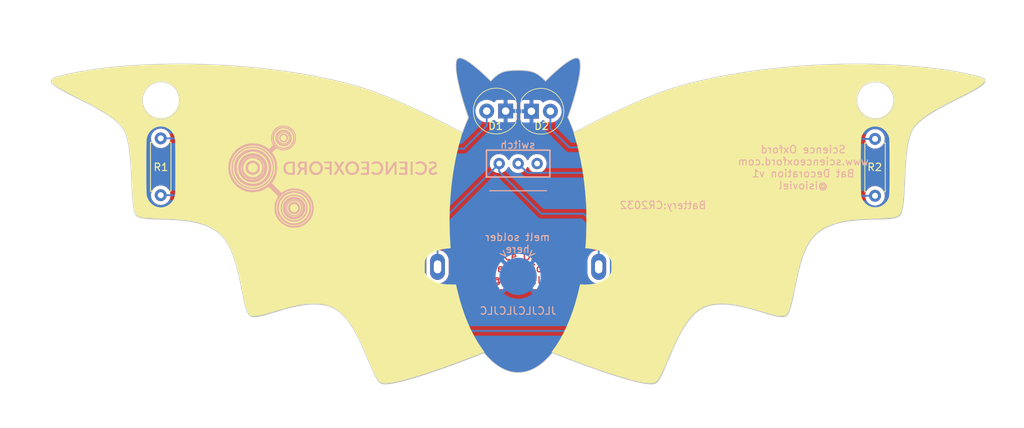
<source format=kicad_pcb>
(kicad_pcb (version 20240108) (generator "pcbnew") (generator_version "8.0")
  (title_block (title "Bat Decoration") (date "23/05/2022") (rev "v1") (company "Science Oxford") (comment 1 "Author: Sarah Townson"))
  (layers (0 "F.Cu" signal) (31 "B.Cu" signal) (34 "B.Paste" user) (35 "F.Paste" user) (36 "B.SilkS" user "B.Silkscreen") (37 "F.SilkS" user "F.Silkscreen") (38 "B.Mask" user) (39 "F.Mask" user) (44 "Edge.Cuts" user))
  (net 0 "")
  (net 1 "Net-(BAT1-Pad1)")
  (net 2 "GND")
  (net 3 "Net-(D1-Pad2)")
  (net 4 "Net-(D2-Pad2)")
  (net 5 "Net-(R1-Pad1)")
  (footprint "bat-design:LED_5mm_Radial-flipped" (layer "F.Cu") (at 90.805 149.7076 180)
    (property "Reference" "D1")
    (property "Value" "LED")
  )
  (footprint "bat-design:LED_5mm_Radial-flipped" (layer "F.Cu") (at 99.3394 149.733)
    (property "Reference" "D2")
    (property "Value" "LED")
  )
  (footprint "Resistor_THT:R_Axial_DIN0207_L6.3mm_D2.5mm_P7.62mm_Horizontal" (layer "F.Cu") (at 47.117 160.9852 90)
    (property "Reference" "R1")
    (property "Value" "R")
  )
  (footprint "Resistor_THT:R_Axial_DIN0207_L6.3mm_D2.5mm_P7.62mm_Horizontal" (layer "F.Cu") (at 142.8496 161.0614 90)
    (property "Reference" "R2")
    (property "Value" "R")
  )
  (footprint "bat-design:bat-screen" (layer "F.Cu") (at 94.7166 164.2872)
    (property "Reference" "Ref**" (hide yes))
    (property "Value" "Val**" (hide yes))
  )
  (footprint "LOGO" (layer "F.Cu") (at 94.8182 164.3126)
    (property "Reference" "G***" (hide yes))
    (property "Value" "LOGO" (hide yes))
  )
  (footprint "battery_holder_edited:battery_holder2" (layer "B.Cu") (at 95.0164 170.5864)
    (property "Reference" "Battery:CR2032")
    (property "Value" "battery_holder")
  )
  (footprint "microbit_antweight:slide_switch" (layer "B.Cu") (at 95.0214 156.7434)
    (property "Reference" "switch")
    (property "Value" "EG1218")
  )
  (footprint "microbit_antweight:so_logo" (layer "B.Cu") (at 70.2056 158.4706 180)
    (property "Reference" "G***" (hide yes))
    (property "Value" "LOGO" (hide yes))
  )
  (gr_line (start 91.258 182.9985) (end 91.5321 183.2547) (stroke (width 0.1)) (layer "Edge.Cuts"))
  (gr_line (start 147.4396 153.3673) (end 147.5346 153.042) (stroke (width 0.1)) (layer "Edge.Cuts"))
  (gr_line (start 86.7722 144.77084) (end 86.874 145.37134) (stroke (width 0.1)) (layer "Edge.Cuts"))
  (gr_line (start 101.5569 143.17113) (end 101.1563 143.46312) (stroke (width 0.1)) (layer "Edge.Cuts"))
  (gr_line (start 155.0456 144.6788) (end 154.0986 144.49069) (stroke (width 0.1)) (layer "Edge.Cuts"))
  (gr_line (start 140.6966 149.4741) (end 140.8216 149.6802) (stroke (width 0.1)) (layer "Edge.Cuts"))
  (gr_line (start 36.75577 148.39618) (end 37.75821 148.91127) (stroke (width 0.1)) (layer "Edge.Cuts"))
  (gr_line (start 32.47109 145.58888) (end 32.45986 145.66939) (stroke (width 0.1)) (layer "Edge.Cuts"))
  (gr_line (start 67.5733 144.99796) (end 66.1387 144.73962) (stroke (width 0.1)) (layer "Edge.Cuts"))
  (gr_line (start 141.7026 146.08458) (end 141.4966 146.20984) (stroke (width 0.1)) (layer "Edge.Cuts"))
  (gr_line (start 70.6437 176.332) (end 70.952 176.5463) (stroke (width 0.1)) (layer "Edge.Cuts"))
  (gr_line (start 83.8349 184.5829) (end 86.1176 183.7733) (stroke (width 0.1)) (layer "Edge.Cuts"))
  (gr_line (start 131.7496 143.75357) (end 130.3636 143.87981) (stroke (width 0.1)) (layer "Edge.Cuts"))
  (gr_line (start 147.2116 154.4582) (end 147.3546 153.7131) (stroke (width 0.1)) (layer "Edge.Cuts"))
  (gr_line (start 46.9045 150.7698) (end 47.16 150.7827) (stroke (width 0.1)) (layer "Edge.Cuts"))
  (gr_line (start 45.3925 146.51518) (end 45.2311 146.69274) (stroke (width 0.1)) (layer "Edge.Cuts"))
  (gr_line (start 126.2192 144.37803) (end 124.85 144.58499) (stroke (width 0.1)) (layer "Edge.Cuts"))
  (gr_line (start 35.77396 144.52501) (end 34.8934 144.7033) (stroke (width 0.1)) (layer "Edge.Cuts"))
  (gr_line (start 88.6941 143.32645) (end 88.3539 143.08826) (stroke (width 0.1)) (layer "Edge.Cuts"))
  (gr_line (start 95.0258 144.24219) (end 94.5015 144.25342) (stroke (width 0.1)) (layer "Edge.Cuts"))
  (gr_line (start 119.499 145.62572) (end 118.2045 145.9407) (stroke (width 0.1)) (layer "Edge.Cuts"))
  (gr_line (start 157.5006 145.43986) (end 157.4306 145.37256) (stroke (width 0.1)) (layer "Edge.Cuts"))
  (gr_line (start 46.4304 143.44468) (end 45.2427 143.49136) (stroke (width 0.1)) (layer "Edge.Cuts"))
  (gr_line (start 134.8366 166.3501) (end 135.1606 166.0584) (stroke (width 0.1)) (layer "Edge.Cuts"))
  (gr_line (start 93.3327 144.37115) (end 93.1127 144.42978) (stroke (width 0.1)) (layer "Edge.Cuts"))
  (gr_line (start 43.8849 163.7149) (end 44.0146 163.823) (stroke (width 0.1)) (layer "Edge.Cuts"))
  (gr_line (start 70.3246 176.1498) (end 70.6437 176.332) (stroke (width 0.1)) (layer "Edge.Cuts"))
  (gr_line (start 33.36586 146.62261) (end 34.04919 147.02047) (stroke (width 0.1)) (layer "Edge.Cuts"))
  (gr_line (start 141.1266 146.51518) (end 140.9656 146.69274) (stroke (width 0.1)) (layer "Edge.Cuts"))
  (gr_line (start 67.1216 175.6119) (end 67.5473 175.5938) (stroke (width 0.1)) (layer "Edge.Cuts"))
  (gr_line (start 134.5356 166.6718) (end 134.8366 166.3501) (stroke (width 0.1)) (layer "Edge.Cuts"))
  (gr_line (start 49.4635 147.30986) (end 49.3582 147.09134) (stroke (width 0.1)) (layer "Edge.Cuts"))
  (gr_line (start 93.8305 184.587) (end 94.1277 184.6614) (stroke (width 0.1)) (layer "Edge.Cuts"))
  (gr_line (start 145.1226 143.50551) (end 143.8616 143.45207) (stroke (width 0.1)) (layer "Edge.Cuts"))
  (gr_line (start 54.1813 165.5593) (end 54.5468 165.7954) (stroke (width 0.1)) (layer "Edge.Cuts"))
  (gr_line (start 54.5468 165.7954) (end 54.8928 166.0584) (stroke (width 0.1)) (layer "Edge.Cuts"))
  (gr_line (start 74.9742 183.2043) (end 75.5765 184.6072) (stroke (width 0.1)) (layer "Edge.Cuts"))
  (gr_line (start 98.7959 182.9985) (end 99.0663 182.7229) (stroke (width 0.1)) (layer "Edge.Cuts"))
  (gr_line (start 155.1886 147.44914) (end 156.0046 147.02047) (stroke (width 0.1)) (layer "Edge.Cuts"))
  (gr_line (start 74.2897 181.597) (end 74.9742 183.2043) (stroke (width 0.1)) (layer "Edge.Cuts"))
  (gr_line (start 103.3052 143.05395) (end 103.2601 142.88258) (stroke (width 0.1)) (layer "Edge.Cuts"))
  (gr_line (start 157.4306 145.37256) (end 157.3416 145.30983) (stroke (width 0.1)) (layer "Edge.Cuts"))
  (gr_line (start 141.0736 164.2839) (end 141.9506 164.2439) (stroke (width 0.1)) (layer "Edge.Cuts"))
  (gr_line (start 131.8316 174.8345) (end 131.9766 174.1298) (stroke (width 0.1)) (layer "Edge.Cuts"))
  (gr_line (start 49.6092 147.77906) (end 49.5476 147.53952) (stroke (width 0.1)) (layer "Edge.Cuts"))
  (gr_line (start 137.2526 143.43937) (end 135.8886 143.48994) (stroke (width 0.1)) (layer "Edge.Cuts"))
  (gr_line (start 135.8726 165.5593) (end 136.2556 165.3489) (stroke (width 0.1)) (layer "Edge.Cuts"))
  (gr_line (start 146.9476 156.9791) (end 147.0136 156.1071) (stroke (width 0.1)) (layer "Edge.Cuts"))
  (gr_line (start 120.8627 175.7461) (end 121.2622 175.6705) (stroke (width 0.1)) (layer "Edge.Cuts"))
  (gr_line (start 148.4306 151.5148) (end 148.7476 151.2061) (stroke (width 0.1)) (layer "Edge.Cuts"))
  (gr_line (start 142.1516 145.89517) (end 141.9216 145.97927) (stroke (width 0.1)) (layer "Edge.Cuts"))
  (gr_line (start 75.5126 147.04192) (end 74.6907 146.75856) (stroke (width 0.1)) (layer "Edge.Cuts"))
  (gr_line (start 131.5346 176.0387) (end 131.6856 175.4754) (stroke (width 0.1)) (layer "Edge.Cuts"))
  (gr_line (start 102.5123 152.5947) (end 102.1186 151.54) (stroke (width 0.1)) (layer "Edge.Cuts"))
  (gr_line (start 145.3436 148.78639) (end 145.3816 148.53824) (stroke (width 0.1)) (layer "Edge.Cuts"))
  (gr_line (start 132.6586 170.9525) (end 132.8796 170.1394) (stroke (width 0.1)) (layer "Edge.Cuts"))
  (gr_line (start 87.1535 146.63296) (end 87.3179 147.26681) (stroke (width 0.1)) (layer "Edge.Cuts"))
  (gr_line (start 147.0136 156.1071) (end 147.0996 155.2615) (stroke (width 0.1)) (layer "Edge.Cuts"))
  (gr_line (start 63.7188 176.2625) (end 64.5501 176.0424) (stroke (width 0.1)) (layer "Edge.Cuts"))
  (gr_line (start 56.3112 167.8823) (end 56.4797 168.2291) (stroke (width 0.1)) (layer "Edge.Cuts"))
  (gr_line (start 113.6977 147.35171) (end 112.8334 147.68691) (stroke (width 0.1)) (layer "Edge.Cuts"))
  (gr_line (start 59.9934 177.2703) (end 60.2467 177.2321) (stroke (width 0.1)) (layer "Edge.Cuts"))
  (gr_line (start 49.5476 147.53952) (end 49.4635 147.30986) (stroke (width 0.1)) (layer "Edge.Cuts"))
  (gr_line (start 73.893 146.50349) (end 73.1213 146.27824) (stroke (width 0.1)) (layer "Edge.Cuts"))
  (gr_line (start 41.3062 151.2061) (end 41.6232 151.5148) (stroke (width 0.1)) (layer "Edge.Cuts"))
  (gr_line (start 49.6471 148.53824) (end 49.66 148.28273) (stroke (width 0.1)) (layer "Edge.Cuts"))
  (gr_line (start 42.1235 152.1425) (end 42.2979 152.4608) (stroke (width 0.1)) (layer "Edge.Cuts"))
  (gr_line (start 41.6232 151.5148) (end 41.8971 151.8271) (stroke (width 0.1)) (layer "Edge.Cuts"))
  (gr_line (start 87.5463 152.5967) (end 85.6142 151.5839) (stroke (width 0.1)) (layer "Edge.Cuts"))
  (gr_line (start 97.7844 144.87764) (end 97.5692 144.73905) (stroke (width 0.1)) (layer "Edge.Cuts"))
  (gr_line (start 110.1366 148.82818) (end 108.2709 149.6866) (stroke (width 0.1)) (layer "Edge.Cuts"))
  (gr_line (start 146.4836 163.0224) (end 146.5876 162.502) (stroke (width 0.1)) (layer "Edge.Cuts"))
  (gr_line (start 145.6806 163.9839) (end 145.8756 163.9118) (stroke (width 0.1)) (layer "Edge.Cuts"))
  (gr_line (start 132.8796 170.1394) (end 133.1306 169.3471) (stroke (width 0.1)) (layer "Edge.Cuts"))
  (gr_line (start 45.0872 149.6802) (end 45.2311 149.8727) (stroke (width 0.1)) (layer "Edge.Cuts"))
  (gr_line (start 98.0021 145.04022) (end 97.7844 144.87764) (stroke (width 0.1)) (layer "Edge.Cuts"))
  (gr_line (start 42.842 154.4582) (end 42.9541 155.2615) (stroke (width 0.1)) (layer "Edge.Cuts"))
  (gr_line (start 71.2498 176.7903) (end 71.5373 177.0618) (stroke (width 0.1)) (layer "Edge.Cuts"))
  (gr_line (start 111.9505 148.04575) (end 110.1366 148.82818) (stroke (width 0.1)) (layer "Edge.Cuts"))
  (gr_line (start 76.5054 186.1257) (end 76.6369 186.2086) (stroke (width 0.1)) (layer "Edge.Cuts"))
  (gr_line (start 144.6616 146.51518) (end 144.4846 146.3538) (stroke (width 0.1)) (layer "Edge.Cuts"))
  (gr_line (start 66.6929 175.6485) (end 67.1216 175.6119) (stroke (width 0.1)) (layer "Edge.Cuts"))
  (gr_line (start 42.6139 153.3673) (end 42.6988 153.7131) (stroke (width 0.1)) (layer "Edge.Cuts"))
  (gr_line (start 86.874 145.37134) (end 87.0033 145.99659) (stroke (width 0.1)) (layer "Edge.Cuts"))
  (gr_line (start 95.3278 184.7471) (end 95.6276 184.7148) (stroke (width 0.1)) (layer "Edge.Cuts"))
  (gr_line (start 49.089 146.69274) (end 48.9276 146.51518) (stroke (width 0.1)) (layer "Edge.Cuts"))
  (gr_line (start 95.0269 144.24219) (end 95.0258 144.24219) (stroke (width 0.1)) (layer "Edge.Cuts"))
  (gr_line (start 98.4488 145.44424) (end 98.2232 145.22851) (stroke (width 0.1)) (layer "Edge.Cuts"))
  (gr_line (start 43.2781 160.4153) (end 43.3255 161.1834) (stroke (width 0.1)) (layer "Edge.Cuts"))
  (gr_line (start 94.4263 184.7148) (end 94.7261 184.7471) (stroke (width 0.1)) (layer "Edge.Cuts"))
  (gr_line (start 87.9808 149.4842) (end 88.3524 150.5793) (stroke (width 0.1)) (layer "Edge.Cuts"))
  (gr_line (start 145.1976 147.30986) (end 145.0926 147.09134) (stroke (width 0.1)) (layer "Edge.Cuts"))
  (gr_line (start 118.2392 177.3582) (end 118.5167 177.0618) (stroke (width 0.1)) (layer "Edge.Cuts"))
  (gr_line (start 52.1296 164.732) (end 52.5635 164.8555) (stroke (width 0.1)) (layer "Edge.Cuts"))
  (gr_line (start 109.6527 185.6712) (end 110.6772 185.9435) (stroke (width 0.1)) (layer "Edge.Cuts"))
  (gr_line (start 99.3289 145.05047) (end 98.68 145.68913) (stroke (width 0.1)) (layer "Edge.Cuts"))
  (gr_line (start 86.6765 143.69853) (end 86.704 144.20889) (stroke (width 0.1)) (layer "Edge.Cuts"))
  (gr_line (start 46.1872 150.5862) (end 46.4168 150.6703) (stroke (width 0.1)) (layer "Edge.Cuts"))
  (gr_line (start 93.535 184.4917) (end 93.8305 184.587) (stroke (width 0.1)) (layer "Edge.Cuts"))
  (gr_line (start 149.1036 150.9015) (end 149.4926 150.6012) (stroke (width 0.1)) (layer "Edge.Cuts"))
  (gr_line (start 56.9237 169.3471) (end 57.1748 170.1394) (stroke (width 0.1)) (layer "Edge.Cuts"))
  (gr_line (start 47.6637 150.7319) (end 47.9032 150.6703) (stroke (width 0.1)) (layer "Edge.Cuts"))
  (gr_line (start 76.6369 186.2086) (end 76.8273 186.2692) (stroke (width 0.1)) (layer "Edge.Cuts"))
  (gr_line (start 146.0396 163.823) (end 146.1686 163.7149) (stroke (width 0.1)) (layer "Edge.Cuts"))
  (gr_line (start 121.6703 175.6212) (end 122.0855 175.5963) (stroke (width 0.1)) (layer "Edge.Cuts"))
  (gr_line (start 115.7642 181.597) (end 116.144 180.7638) (stroke (width 0.1)) (layer "Edge.Cuts"))
  (gr_line (start 58.8636 176.8792) (end 58.9648 177.0202) (stroke (width 0.1)) (layer "Edge.Cuts"))
  (gr_line (start 146.5876 162.502) (end 146.6676 161.884) (stroke (width 0.1)) (layer "Edge.Cuts"))
  (gr_line (start 122.9323 175.6119) (end 123.361 175.6485) (stroke (width 0.1)) (layer "Edge.Cuts"))
  (gr_line (start 92.6607 184.0824) (end 92.9499 184.2392) (stroke (width 0.1)) (layer "Edge.Cuts"))
  (gr_line (start 88.0291 142.88537) (end 87.7256 142.72697) (stroke (width 0.1)) (layer "Edge.Cuts"))
  (gr_line (start 45.3925 150.0503) (end 45.57 150.2117) (stroke (width 0.1)) (layer "Edge.Cuts"))
  (gr_line (start 146.7756 160.4153) (end 146.8536 158.739) (stroke (width 0.1)) (layer "Edge.Cuts"))
  (gr_line (start 135.8886 143.48994) (end 134.5146 143.55895) (stroke (width 0.1)) (layer "Edge.Cuts"))
  (gr_line (start 118.5167 177.0618) (end 118.8041 176.7903) (stroke (width 0.1)) (layer "Edge.Cuts"))
  (gr_line (start 127.8928 176.7235) (end 128.5978 176.9331) (stroke (width 0.1)) (layer "Edge.Cuts"))
  (gr_line (start 65.4016 175.8504) (end 66.2624 175.7017) (stroke (width 0.1)) (layer "Edge.Cuts"))
  (gr_line (start 92.4718 144.71523) (end 92.2562 144.85501) (stroke (width 0.1)) (layer "Edge.Cuts"))
  (gr_line (start 144.4846 150.2117) (end 144.6616 150.0503) (stroke (width 0.1)) (layer "Edge.Cuts"))
  (gr_line (start 157.3876 146.08395) (end 157.5166 145.91702) (stroke (width 0.1)) (layer "Edge.Cuts"))
  (gr_line (start 131.1906 176.8792) (end 131.2846 176.709) (stroke (width 0.1)) (layer "Edge.Cuts"))
  (gr_line (start 153.2986 148.39618) (end 154.2746 147.90812) (stroke (width 0.1)) (layer "Edge.Cuts"))
  (gr_line (start 148.1566 151.8271) (end 148.4306 151.5148) (stroke (width 0.1)) (layer "Edge.Cuts"))
  (gr_line (start 57.3957 170.9525) (end 57.5913 171.7723) (stroke (width 0.1)) (layer "Edge.Cuts"))
  (gr_line (start 96.8125 184.3757) (end 97.104 184.2392) (stroke (width 0.1)) (layer "Edge.Cuts"))
  (gr_line (start 144.6616 150.0503) (end 144.8236 149.8727) (stroke (width 0.1)) (layer "Edge.Cuts"))
  (gr_line (start 92.0377 145.0203) (end 91.8152 145.21305) (stroke (width 0.1)) (layer "Edge.Cuts"))
  (gr_line (start 59.0741 177.1301) (end 59.2071 177.212) (stroke (width 0.1)) (layer "Edge.Cuts"))
  (gr_line (start 71.7686 145.92037) (end 70.3911 145.58795) (stroke (width 0.1)) (layer "Edge.Cuts"))
  (gr_line (start 58.2227 174.8345) (end 58.3687 175.4754) (stroke (width 0.1)) (layer "Edge.Cuts"))
  (gr_line (start 127.5961 144.19172) (end 126.2192 144.37803) (stroke (width 0.1)) (layer "Edge.Cuts"))
  (gr_line (start 86.8403 142.74753) (end 86.7738 142.88258) (stroke (width 0.1)) (layer "Edge.Cuts"))
  (gr_line (start 140.4456 148.78639) (end 140.5066 149.02593) (stroke (width 0.1)) (layer "Edge.Cuts"))
  (gr_line (start 44.6729 148.53824) (end 44.7108 148.78639) (stroke (width 0.1)) (layer "Edge.Cuts"))
  (gr_line (start 97.6798 183.9053) (end 97.9635 183.7083) (stroke (width 0.1)) (layer "Edge.Cuts"))
  (gr_line (start 139.9466 143.39228) (end 138.6066 143.40692) (stroke (width 0.1)) (layer "Edge.Cuts"))
  (gr_line (start 98.2443 183.4913) (end 98.5219 183.2547) (stroke (width 0.1)) (layer "Edge.Cuts"))
  (gr_line (start 34.0543 144.89333) (end 33.25864 145.09485) (stroke (width 0.1)) (layer "Edge.Cuts"))
  (gr_line (start 138.3656 164.6264) (end 138.8136 164.5371) (stroke (width 0.1)) (layer "Edge.Cuts"))
  (gr_line (start 125.5038 176.0424) (end 126.3351 176.2625) (stroke (width 0.1)) (layer "Edge.Cuts"))
  (gr_line (start 41.8188 143.71629) (end 40.7304 143.81871) (stroke (width 0.1)) (layer "Edge.Cuts"))
  (gr_line (start 113.8061 185.847) (end 113.9354 185.6567) (stroke (width 0.1)) (layer "Edge.Cuts"))
  (gr_line (start 75.5765 184.6072) (end 75.8534 185.1853) (stroke (width 0.1)) (layer "Edge.Cuts"))
  (gr_line (start 47.4155 150.7698) (end 47.6637 150.7319) (stroke (width 0.1)) (layer "Edge.Cuts"))
  (gr_line (start 123.361 175.6485) (end 123.7915 175.7017) (stroke (width 0.1)) (layer "Edge.Cuts"))
  (gr_line (start 76.3762 186.0042) (end 76.5054 186.1257) (stroke (width 0.1)) (layer "Edge.Cuts"))
  (gr_line (start 61.4561 176.9331) (end 62.1611 176.7235) (stroke (width 0.1)) (layer "Edge.Cuts"))
  (gr_line (start 62.1611 176.7235) (end 63.7188 176.2625) (stroke (width 0.1)) (layer "Edge.Cuts"))
  (gr_line (start 104.4438 151.5822) (end 102.5123 152.5947) (stroke (width 0.1)) (layer "Edge.Cuts"))
  (gr_line (start 44.7725 149.02593) (end 44.8566 149.25559) (stroke (width 0.1)) (layer "Edge.Cuts"))
  (gr_line (start 94.1277 184.6614) (end 94.4263 184.7148) (stroke (width 0.1)) (layer "Edge.Cuts"))
  (gr_line (start 43.1068 156.9791) (end 43.2001 158.739) (stroke (width 0.1)) (layer "Edge.Cuts"))
  (gr_line (start 78.0525 186.22) (end 78.4609 186.1477) (stroke (width 0.1)) (layer "Edge.Cuts"))
  (gr_line (start 58.9648 177.0202) (end 59.0741 177.1301) (stroke (width 0.1)) (layer "Edge.Cuts"))
  (gr_line (start 114.2005 185.1853) (end 114.4775 184.6072) (stroke (width 0.1)) (layer "Edge.Cuts"))
  (gr_line (start 48.1031 164.2439) (end 48.9807 164.2839) (stroke (width 0.1)) (layer "Edge.Cuts"))
  (gr_line (start 60.8146 177.1079) (end 61.4561 176.9331) (stroke (width 0.1)) (layer "Edge.Cuts"))
  (gr_line (start 144.0856 146.08458) (end 143.8676 145.97927) (stroke (width 0.1)) (layer "Edge.Cuts"))
  (gr_line (start 112.3722 186.2701) (end 112.7018 186.2967) (stroke (width 0.1)) (layer "Edge.Cuts"))
  (gr_line (start 76.1186 185.6567) (end 76.2478 185.847) (stroke (width 0.1)) (layer "Edge.Cuts"))
  (gr_line (start 50.1057 143.39315) (end 48.8639 143.39531) (stroke (width 0.1)) (layer "Edge.Cuts"))
  (gr_line (start 87.3213 142.59452) (end 87.2026 142.58338) (stroke (width 0.1)) (layer "Edge.Cuts"))
  (gr_line (start 144.0856 150.4809) (end 144.2916 150.3556) (stroke (width 0.1)) (layer "Edge.Cuts"))
  (gr_line (start 34.8934 144.7033) (end 34.0543 144.89333) (stroke (width 0.1)) (layer "Edge.Cuts"))
  (gr_line (start 81.5052 185.3446) (end 82.6595 184.9772) (stroke (width 0.1)) (layer "Edge.Cuts"))
  (gr_line (start 48.75 146.3538) (end 48.5575 146.20984) (stroke (width 0.1)) (layer "Edge.Cuts"))
  (gr_line (start 137.9246 164.732) (end 138.3656 164.6264) (stroke (width 0.1)) (layer "Edge.Cuts"))
  (gr_line (start 89.6556 182.4326) (end 90.4588 182.1143) (stroke (width 0.1)) (layer "Edge.Cuts"))
  (gr_line (start 64.6907 144.5052) (end 63.2323 144.29434) (stroke (width 0.1)) (layer "Edge.Cuts"))
  (gr_line (start 69.1912 175.7461) (end 69.5808 175.8498) (stroke (width 0.1)) (layer "Edge.Cuts"))
  (gr_line (start 102.7408 147.17638) (end 102.9005 146.55328) (stroke (width 0.1)) (layer "Edge.Cuts"))
  (gr_line (start 91.8152 145.21305) (end 91.5876 145.43518) (stroke (width 0.1)) (layer "Edge.Cuts"))
  (gr_line (start 112.0014 186.22) (end 112.3722 186.2701) (stroke (width 0.1)) (layer "Edge.Cuts"))
  (gr_line (start 151.3036 149.4516) (end 152.2956 148.91127) (stroke (width 0.1)) (layer "Edge.Cuts"))
  (gr_line (start 59.5529 177.2885) (end 59.7619 177.2898) (stroke (width 0.1)) (layer "Edge.Cuts"))
  (gr_line (start 32.62353 145.37256) (end 32.55358 145.43986) (stroke (width 0.1)) (layer "Edge.Cuts"))
  (gr_line (start 103.0458 145.92923) (end 103.1703 145.31716) (stroke (width 0.1)) (layer "Edge.Cuts"))
  (gr_line (start 90.4588 182.1143) (end 90.7211 182.4281) (stroke (width 0.1)) (layer "Edge.Cuts"))
  (gr_line (start 91.5876 145.43518) (end 91.3537 145.68861) (stroke (width 0.1)) (layer "Edge.Cuts"))
  (gr_line (start 71.8147 177.3582) (end 72.0825 177.6774) (stroke (width 0.1)) (layer "Edge.Cuts"))
  (gr_line (start 122.5067 175.5938) (end 122.9323 175.6119) (stroke (width 0.1)) (layer "Edge.Cuts"))
  (gr_line (start 101.9411 142.92297) (end 101.5569 143.17113) (stroke (width 0.1)) (layer "Edge.Cuts"))
  (gr_line (start 113.9354 185.6567) (end 114.2005 185.1853) (stroke (width 0.1)) (layer "Edge.Cuts"))
  (gr_line (start 117.9714 177.6774) (end 118.2392 177.3582) (stroke (width 0.1)) (layer "Edge.Cuts"))
  (gr_line (start 48.5575 146.20984) (end 48.3514 146.08458) (stroke (width 0.1)) (layer "Edge.Cuts"))
  (gr_line (start 137.4906 164.8555) (end 137.9246 164.732) (stroke (width 0.1)) (layer "Edge.Cuts"))
  (gr_line (start 73.0624 179.1336) (end 73.5015 179.9364) (stroke (width 0.1)) (layer "Edge.Cuts"))
  (gr_line (start 106.3683 150.6088) (end 104.4438 151.5822) (stroke (width 0.1)) (layer "Edge.Cuts"))
  (gr_line (start 130.5006 177.2885) (end 130.6866 177.2637) (stroke (width 0.1)) (layer "Edge.Cuts"))
  (gr_line (start 146.6676 161.884) (end 146.7286 161.1834) (stroke (width 0.1)) (layer "Edge.Cuts"))
  (gr_line (start 140.9656 149.8727) (end 141.1266 150.0503) (stroke (width 0.1)) (layer "Edge.Cuts"))
  (gr_line (start 32.46823 145.75142) (end 32.49457 145.83422) (stroke (width 0.1)) (layer "Edge.Cuts"))
  (gr_line (start 34.04919 147.02047) (end 34.86538 147.44914) (stroke (width 0.1)) (layer "Edge.Cuts"))
  (gr_line (start 48.9807 164.2839) (end 49.8811 164.3527) (stroke (width 0.1)) (layer "Edge.Cuts"))
  (gr_line (start 47.4155 145.79564) (end 47.16 145.78273) (stroke (width 0.1)) (layer "Edge.Cuts"))
  (gr_line (start 141.3046 146.3538) (end 141.1266 146.51518) (stroke (width 0.1)) (layer "Edge.Cuts"))
  (gr_line (start 48.3514 150.4809) (end 48.5575 150.3556) (stroke (width 0.1)) (layer "Edge.Cuts"))
  (gr_line (start 88.1332 183.0211) (end 89.6556 182.4326) (stroke (width 0.1)) (layer "Edge.Cuts"))
  (gr_line (start 88.3524 150.5793) (end 87.9341 151.5587) (stroke (width 0.1)) (layer "Edge.Cuts"))
  (gr_line (start 94.7261 184.7471) (end 95.027 184.7581) (stroke (width 0.1)) (layer "Edge.Cuts"))
  (gr_line (start 70.3911 145.58795) (end 68.9918 145.28061) (stroke (width 0.1)) (layer "Edge.Cuts"))
  (gr_line (start 44.0146 163.823) (end 44.1781 163.9118) (stroke (width 0.1)) (layer "Edge.Cuts"))
  (gr_line (start 77.0665 186.2975) (end 77.3521 186.2967) (stroke (width 0.1)) (layer "Edge.Cuts"))
  (gr_line (start 123.4911 144.81292) (end 122.1447 145.06215) (stroke (width 0.1)) (layer "Edge.Cuts"))
  (gr_line (start 102.8962 142.58544) (end 102.7633 142.58745) (stroke (width 0.1)) (layer "Edge.Cuts"))
  (gr_line (start 97.104 184.2392) (end 97.3932 184.0823) (stroke (width 0.1)) (layer "Edge.Cuts"))
  (gr_line (start 115.3632 146.75842) (end 114.5416 147.0417) (stroke (width 0.1)) (layer "Edge.Cuts"))
  (gr_line (start 93.2414 184.3757) (end 93.535 184.4917) (stroke (width 0.1)) (layer "Edge.Cuts"))
  (gr_line (start 98.5219 183.2547) (end 98.7959 182.9985) (stroke (width 0.1)) (layer "Edge.Cuts"))
  (gr_line (start 54.4213 143.50224) (end 52.9695 143.44551) (stroke (width 0.1)) (layer "Edge.Cuts"))
  (gr_line (start 144.9676 146.88521) (end 144.8236 146.69274) (stroke (width 0.1)) (layer "Edge.Cuts"))
  (gr_line (start 59.7619 177.2898) (end 59.9934 177.2703) (stroke (width 0.1)) (layer "Edge.Cuts"))
  (gr_line (start 49.2329 146.88521) (end 49.089 146.69274) (stroke (width 0.1)) (layer "Edge.Cuts"))
  (gr_line (start 129.8076 177.2322) (end 130.0606 177.2703) (stroke (width 0.1)) (layer "Edge.Cuts"))
  (gr_line (start 119.4102 176.332) (end 119.7293 176.1498) (stroke (width 0.1)) (layer "Edge.Cuts"))
  (gr_line (start 122.1447 145.06215) (end 120.8132 145.33297) (stroke (width 0.1)) (layer "Edge.Cuts"))
  (gr_line (start 101.6933 150.5457) (end 102.0865 149.3817) (stroke (width 0.1)) (layer "Edge.Cuts"))
  (gr_line (start 48.1329 145.97927) (end 47.9032 145.89517) (stroke (width 0.1)) (layer "Edge.Cuts"))
  (gr_line (start 133.9226 167.5514) (end 134.1136 167.2381) (stroke (width 0.1)) (layer "Edge.Cuts"))
  (gr_line (start 142.3906 150.7319) (end 142.6386 150.7698) (stroke (width 0.1)) (layer "Edge.Cuts"))
  (gr_line (start 49.3582 147.09134) (end 49.2329 146.88521) (stroke (width 0.1)) (layer "Edge.Cuts"))
  (gr_line (start 118.8041 176.7903) (end 119.1019 176.5463) (stroke (width 0.1)) (layer "Edge.Cuts"))
  (gr_line (start 36.69404 144.35871) (end 35.77396 144.52501) (stroke (width 0.1)) (layer "Edge.Cuts"))
  (gr_line (start 87.7256 142.72697) (end 87.4484 142.62299) (stroke (width 0.1)) (layer "Edge.Cuts"))
  (gr_line (start 44.3734 163.9839) (end 44.5985 164.042) (stroke (width 0.1)) (layer "Edge.Cuts"))
  (gr_line (start 97.1421 144.52692) (end 96.9281 144.44993) (stroke (width 0.1)) (layer "Edge.Cuts"))
  (gr_line (start 59.3674 177.2637) (end 59.5529 177.2885) (stroke (width 0.1)) (layer "Edge.Cuts"))
  (gr_line (start 45.7625 146.20984) (end 45.57 146.3538) (stroke (width 0.1)) (layer "Edge.Cuts"))
  (gr_line (start 131.2846 176.709) (end 131.3726 176.511) (stroke (width 0.1)) (layer "Edge.Cuts"))
  (gr_line (start 142.8946 145.78273) (end 142.6386 145.79564) (stroke (width 0.1)) (layer "Edge.Cuts"))
  (gr_line (start 133.1306 169.3471) (end 133.4166 168.59) (stroke (width 0.1)) (layer "Edge.Cuts"))
  (gr_line (start 40.1416 150.3057) (end 40.5609 150.6012) (stroke (width 0.1)) (layer "Edge.Cuts"))
  (gr_line (start 72.5901 178.3743) (end 73.0624 179.1336) (stroke (width 0.1)) (layer "Edge.Cuts"))
  (gr_line (start 78.4609 186.1477) (end 79.3768 185.9435) (stroke (width 0.1)) (layer "Edge.Cuts"))
  (gr_line (start 44.7725 147.53952) (end 44.7108 147.77906) (stroke (width 0.1)) (layer "Edge.Cuts"))
  (gr_line (start 143.3976 150.7319) (end 143.6376 150.6703) (stroke (width 0.1)) (layer "Edge.Cuts"))
  (gr_line (start 52.9875 164.9985) (end 53.3997 165.1624) (stroke (width 0.1)) (layer "Edge.Cuts"))
  (gr_line (start 108.5487 185.3446) (end 109.6527 185.6712) (stroke (width 0.1)) (layer "Edge.Cuts"))
  (gr_line (start 142.1516 150.6703) (end 142.3906 150.7319) (stroke (width 0.1)) (layer "Edge.Cuts"))
  (gr_line (start 157.3416 145.30983) (end 157.1086 145.19592) (stroke (width 0.1)) (layer "Edge.Cuts"))
  (gr_line (start 153.1076 144.31627) (end 152.0746 144.15588) (stroke (width 0.1)) (layer "Edge.Cuts"))
  (gr_line (start 58.3687 175.4754) (end 58.5196 176.0387) (stroke (width 0.1)) (layer "Edge.Cuts"))
  (gr_line (start 142.7896 164.2205) (end 144.2916 164.1733) (stroke (width 0.1)) (layer "Edge.Cuts"))
  (gr_line (start 111.593 186.1477) (end 112.0014 186.22) (stroke (width 0.1)) (layer "Edge.Cuts"))
  (gr_line (start 40.5609 150.6012) (end 40.9506 150.9015) (stroke (width 0.1)) (layer "Edge.Cuts"))
  (gr_line (start 42.6988 153.7131) (end 42.842 154.4582) (stroke (width 0.1)) (layer "Edge.Cuts"))
  (gr_line (start 44.7108 148.78639) (end 44.7725 149.02593) (stroke (width 0.1)) (layer "Edge.Cuts"))
  (gr_line (start 44.8566 149.25559) (end 44.9619 149.4741) (stroke (width 0.1)) (layer "Edge.Cuts"))
  (gr_line (start 149.8916 143.87839) (end 148.7456 143.76193) (stroke (width 0.1)) (layer "Edge.Cuts"))
  (gr_line (start 86.6972 143.25226) (end 86.6765 143.69853) (stroke (width 0.1)) (layer "Edge.Cuts"))
  (gr_line (start 86.7738 142.88258) (end 86.728 143.05707) (stroke (width 0.1)) (layer "Edge.Cuts"))
  (gr_line (start 55.8827 143.57984) (end 54.4213 143.50224) (stroke (width 0.1)) (layer "Edge.Cuts"))
  (gr_line (start 66.2624 175.7017) (end 66.6929 175.6485) (stroke (width 0.1)) (layer "Edge.Cuts"))
  (gr_line (start 141.2706 143.39514) (end 139.9466 143.39228) (stroke (width 0.1)) (layer "Edge.Cuts"))
  (gr_line (start 92.8989 144.50455) (end 92.6856 144.59906) (stroke (width 0.1)) (layer "Edge.Cuts"))
  (gr_line (start 44.9619 149.4741) (end 45.0872 149.6802) (stroke (width 0.1)) (layer "Edge.Cuts"))
  (gr_line (start 157.5596 145.83422) (end 157.5856 145.75142) (stroke (width 0.1)) (layer "Edge.Cuts"))
  (gr_line (start 106.219 184.5829) (end 107.3944 184.9772) (stroke (width 0.1)) (layer "Edge.Cuts"))
  (gr_line (start 99.9829 144.44471) (end 99.3289 145.05047) (stroke (width 0.1)) (layer "Edge.Cuts"))
  (gr_line (start 144.2916 146.20984) (end 144.0856 146.08458) (stroke (width 0.1)) (layer "Edge.Cuts"))
  (gr_line (start 136.6546 165.1624) (end 137.0666 164.9985) (stroke (width 0.1)) (layer "Edge.Cuts"))
  (gr_line (start 142.8946 150.7827) (end 143.1496 150.7698) (stroke (width 0.1)) (layer "Edge.Cuts"))
  (gr_line (start 118.2045 145.9407) (end 116.9321 146.27824) (stroke (width 0.1)) (layer "Edge.Cuts"))
  (gr_line (start 146.2646 163.5895) (end 146.3476 163.4312) (stroke (width 0.1)) (layer "Edge.Cuts"))
  (gr_line (start 86.728 143.05707) (end 86.6972 143.25226) (stroke (width 0.1)) (layer "Edge.Cuts"))
  (gr_line (start 41.8971 151.8271) (end 42.1235 152.1425) (stroke (width 0.1)) (layer "Edge.Cuts"))
  (gr_line (start 37.75821 148.91127) (end 38.75064 149.4516) (stroke (width 0.1)) (layer "Edge.Cuts"))
  (gr_line (start 120.8132 145.33297) (end 119.499 145.62572) (stroke (width 0.1)) (layer "Edge.Cuts"))
  (gr_line (start 56.4797 168.2291) (end 56.6375 168.59) (stroke (width 0.1)) (layer "Edge.Cuts"))
  (gr_line (start 96.2234 184.5869) (end 96.5189 184.4916) (stroke (width 0.1)) (layer "Edge.Cuts"))
  (gr_line (start 145.2816 149.02593) (end 145.3436 148.78639) (stroke (width 0.1)) (layer "Edge.Cuts"))
  (gr_line (start 145.4556 164.042) (end 145.6806 163.9839) (stroke (width 0.1)) (layer "Edge.Cuts"))
  (gr_line (start 144.8236 146.69274) (end 144.6616 146.51518) (stroke (width 0.1)) (layer "Edge.Cuts"))
  (gr_line (start 96.7081 144.38835) (end 96.4853 144.34135) (stroke (width 0.1)) (layer "Edge.Cuts"))
  (gr_line (start 142.8946 145.78273) (end 142.8946 145.78273) (stroke (width 0.1)) (layer "Edge.Cuts"))
  (gr_line (start 143.6376 150.6703) (end 143.8676 150.5862) (stroke (width 0.1)) (layer "Edge.Cuts"))
  (gr_line (start 140.6966 147.09134) (end 140.5906 147.30986) (stroke (width 0.1)) (layer "Edge.Cuts"))
  (gr_line (start 103.1703 145.31716) (end 103.2679 144.73002) (stroke (width 0.1)) (layer "Edge.Cuts"))
  (gr_line (start 47.6637 145.83354) (end 47.4155 145.79564) (stroke (width 0.1)) (layer "Edge.Cuts"))
  (gr_line (start 122.0855 175.5963) (end 122.5067 175.5938) (stroke (width 0.1)) (layer "Edge.Cuts"))
  (gr_line (start 147.5346 153.042) (end 147.6396 152.7392) (stroke (width 0.1)) (layer "Edge.Cuts"))
  (gr_line (start 94.5015 144.25342) (end 94.0149 144.27529) (stroke (width 0.1)) (layer "Edge.Cuts"))
  (gr_line (start 141.9216 145.97927) (end 141.7026 146.08458) (stroke (width 0.1)) (layer "Edge.Cuts"))
  (gr_line (start 146.1686 163.7149) (end 146.2646 163.5895) (stroke (width 0.1)) (layer "Edge.Cuts"))
  (gr_line (start 147.7556 152.4608) (end 147.9306 152.1425) (stroke (width 0.1)) (layer "Edge.Cuts"))
  (gr_line (start 141.9506 164.2439) (end 142.7896 164.2205) (stroke (width 0.1)) (layer "Edge.Cuts"))
  (gr_line (start 43.634 163.2416) (end 43.7064 163.4312) (stroke (width 0.1)) (layer "Edge.Cuts"))
  (gr_line (start 141.1266 150.0503) (end 141.3046 150.2117) (stroke (width 0.1)) (layer "Edge.Cuts"))
  (gr_line (start 102.9005 146.55328) (end 103.0458 145.92923) (stroke (width 0.1)) (layer "Edge.Cuts"))
  (gr_line (start 145.3946 148.28273) (end 145.3816 148.02721) (stroke (width 0.1)) (layer "Edge.Cuts"))
  (gr_line (start 117.4638 178.3743) (end 117.713 178.0169) (stroke (width 0.1)) (layer "Edge.Cuts"))
  (gr_line (start 71.5373 177.0618) (end 71.8147 177.3582) (stroke (width 0.1)) (layer "Edge.Cuts"))
  (gr_line (start 93.1127 144.42978) (end 92.8989 144.50455) (stroke (width 0.1)) (layer "Edge.Cuts"))
  (gr_line (start 73.9099 180.7638) (end 74.2897 181.597) (stroke (width 0.1)) (layer "Edge.Cuts"))
  (gr_line (start 134.1136 167.2381) (end 134.3176 166.9444) (stroke (width 0.1)) (layer "Edge.Cuts"))
  (gr_line (start 130.2916 177.2898) (end 130.5006 177.2885) (stroke (width 0.1)) (layer "Edge.Cuts"))
  (gr_line (start 146.3476 163.4312) (end 146.4196 163.2416) (stroke (width 0.1)) (layer "Edge.Cuts"))
  (gr_line (start 95.028 144.24219) (end 95.0269 144.24219) (stroke (width 0.1)) (layer "Edge.Cuts"))
  (gr_line (start 157.5936 145.66939) (end 157.5826 145.58888) (stroke (width 0.1)) (layer "Edge.Cuts"))
  (gr_line (start 42.9541 155.2615) (end 43.0406 156.1071) (stroke (width 0.1)) (layer "Edge.Cuts"))
  (gr_line (start 146.3596 143.57518) (end 145.1226 143.50551) (stroke (width 0.1)) (layer "Edge.Cuts"))
  (gr_line (start 97.3932 184.0823) (end 97.6798 183.9053) (stroke (width 0.1)) (layer "Edge.Cuts"))
  (gr_line (start 44.66 148.28273) (end 44.6729 148.53824) (stroke (width 0.1)) (layer "Edge.Cuts"))
  (gr_line (start 102.4051 148.35926) (end 102.7408 147.17638) (stroke (width 0.1)) (layer "Edge.Cuts"))
  (gr_line (start 102.1186 151.54) (end 101.6933 150.5457) (stroke (width 0.1)) (layer "Edge.Cuts"))
  (gr_line (start 110.6772 185.9435) (end 111.593 186.1477) (stroke (width 0.1)) (layer "Edge.Cuts"))
  (gr_line (start 37.65169 144.20468) (end 36.69404 144.35871) (stroke (width 0.1)) (layer "Edge.Cuts"))
  (gr_line (start 101.1563 143.46312) (end 100.7501 143.78486) (stroke (width 0.1)) (layer "Edge.Cuts"))
  (gr_line (start 35.77941 147.90812) (end 36.75577 148.39618) (stroke (width 0.1)) (layer "Edge.Cuts"))
  (gr_line (start 103.2601 142.88258) (end 103.2018 142.76129) (stroke (width 0.1)) (layer "Edge.Cuts"))
  (gr_line (start 55.7359 166.9444) (end 55.94 167.2381) (stroke (width 0.1)) (layer "Edge.Cuts"))
  (gr_line (start 135.5076 165.7954) (end 135.8726 165.5593) (stroke (width 0.1)) (layer "Edge.Cuts"))
  (gr_line (start 49.5476 149.02593) (end 49.6092 148.78639) (stroke (width 0.1)) (layer "Edge.Cuts"))
  (gr_line (start 107.3944 184.9772) (end 108.5487 185.3446) (stroke (width 0.1)) (layer "Edge.Cuts"))
  (gr_line (start 115.0797 183.2043) (end 115.7642 181.597) (stroke (width 0.1)) (layer "Edge.Cuts"))
  (gr_line (start 45.9686 150.4809) (end 46.1872 150.5862) (stroke (width 0.1)) (layer "Edge.Cuts"))
  (gr_line (start 87.2026 142.58338) (end 87.2027 142.58338) (stroke (width 0.1)) (layer "Edge.Cuts"))
  (gr_line (start 144.2916 164.1733) (end 144.9226 164.1246) (stroke (width 0.1)) (layer "Edge.Cuts"))
  (gr_line (start 47.16 150.7827) (end 47.4155 150.7698) (stroke (width 0.1)) (layer "Edge.Cuts"))
  (gr_line (start 102.7633 142.58745) (end 102.6189 142.61431) (stroke (width 0.1)) (layer "Edge.Cuts"))
  (gr_line (start 148.7456 143.76193) (end 147.5676 143.66076) (stroke (width 0.1)) (layer "Edge.Cuts"))
  (gr_line (start 45.2427 143.49136) (end 44.0768 143.55236) (stroke (width 0.1)) (layer "Edge.Cuts"))
  (gr_line (start 157.5826 145.58888) (end 157.5516 145.51191) (stroke (width 0.1)) (layer "Edge.Cuts"))
  (gr_line (start 60.2953 143.94171) (end 58.8226 143.7992) (stroke (width 0.1)) (layer "Edge.Cuts"))
  (gr_line (start 147.3546 153.7131) (end 147.4396 153.3673) (stroke (width 0.1)) (layer "Edge.Cuts"))
  (gr_line (start 45.7625 150.3556) (end 45.9686 150.4809) (stroke (width 0.1)) (layer "Edge.Cuts"))
  (gr_line (start 140.9656 146.69274) (end 140.8216 146.88521) (stroke (width 0.1)) (layer "Edge.Cuts"))
  (gr_line (start 130.8466 177.212) (end 130.9796 177.1301) (stroke (width 0.1)) (layer "Edge.Cuts"))
  (gr_line (start 112.8334 147.68691) (end 111.9505 148.04575) (stroke (width 0.1)) (layer "Edge.Cuts"))
  (gr_line (start 45.57 150.2117) (end 45.7625 150.3556) (stroke (width 0.1)) (layer "Edge.Cuts"))
  (gr_line (start 87.2027 142.58338) (end 87.0607 142.59838) (stroke (width 0.1)) (layer "Edge.Cuts"))
  (gr_line (start 151.0016 144.00981) (end 149.8916 143.87839) (stroke (width 0.1)) (layer "Edge.Cuts"))
  (gr_line (start 91.3537 145.68861) (end 90.8619 145.20119) (stroke (width 0.1)) (layer "Edge.Cuts"))
  (gr_line (start 131.3726 176.511) (end 131.5346 176.0387) (stroke (width 0.1)) (layer "Edge.Cuts"))
  (gr_line (start 86.1176 183.7733) (end 88.1332 183.0211) (stroke (width 0.1)) (layer "Edge.Cuts"))
  (gr_line (start 143.6376 145.89517) (end 143.3976 145.83354) (stroke (width 0.1)) (layer "Edge.Cuts"))
  (gr_line (start 143.8676 150.5862) (end 144.0856 150.4809) (stroke (width 0.1)) (layer "Edge.Cuts"))
  (gr_line (start 143.8676 145.97927) (end 143.6376 145.89517) (stroke (width 0.1)) (layer "Edge.Cuts"))
  (gr_line (start 140.5066 147.53952) (end 140.4456 147.77906) (stroke (width 0.1)) (layer "Edge.Cuts"))
  (gr_line (start 116.9321 146.27824) (end 116.1607 146.50342) (stroke (width 0.1)) (layer "Edge.Cuts"))
  (gr_line (start 48.5575 150.3556) (end 48.75 150.2117) (stroke (width 0.1)) (layer "Edge.Cuts"))
  (gr_line (start 90.8619 145.20119) (end 90.3535 144.72079) (stroke (width 0.1)) (layer "Edge.Cuts"))
  (gr_line (start 103.0161 142.61254) (end 102.8962 142.58544) (stroke (width 0.1)) (layer "Edge.Cuts"))
  (gr_line (start 43.7894 163.5895) (end 43.8849 163.7149) (stroke (width 0.1)) (layer "Edge.Cuts"))
  (gr_line (start 58.6816 176.511) (end 58.7696 176.709) (stroke (width 0.1)) (layer "Edge.Cuts"))
  (gr_line (start 156.9686 146.43537) (end 157.2036 146.25602) (stroke (width 0.1)) (layer "Edge.Cuts"))
  (gr_line (start 69.5808 175.8498) (end 69.959 175.9838) (stroke (width 0.1)) (layer "Edge.Cuts"))
  (gr_line (start 64.5501 176.0424) (end 65.4016 175.8504) (stroke (width 0.1)) (layer "Edge.Cuts"))
  (gr_line (start 51.2403 164.5371) (end 51.688 164.6264) (stroke (width 0.1)) (layer "Edge.Cuts"))
  (gr_line (start 142.6386 150.7698) (end 142.8946 150.7827) (stroke (width 0.1)) (layer "Edge.Cuts"))
  (gr_line (start 145.8756 163.9118) (end 146.0396 163.823) (stroke (width 0.1)) (layer "Edge.Cuts"))
  (gr_line (start 75.8534 185.1853) (end 76.1186 185.6567) (stroke (width 0.1)) (layer "Edge.Cuts"))
  (gr_line (start 124.6523 175.8504) (end 125.5038 176.0424) (stroke (width 0.1)) (layer "Edge.Cuts"))
  (gr_line (start 52.5635 164.8555) (end 52.9875 164.9985) (stroke (width 0.1)) (layer "Edge.Cuts"))
  (gr_line (start 123.7915 175.7017) (end 124.6523 175.8504) (stroke (width 0.1)) (layer "Edge.Cuts"))
  (gr_line (start 140.3946 148.28273) (end 140.4076 148.53824) (stroke (width 0.1)) (layer "Edge.Cuts"))
  (gr_line (start 77.6818 186.2701) (end 78.0525 186.22) (stroke (width 0.1)) (layer "Edge.Cuts"))
  (gr_line (start 51.53 143.40927) (end 50.1057 143.39315) (stroke (width 0.1)) (layer "Edge.Cuts"))
  (gr_line (start 147.5676 143.66076) (end 146.3596 143.57518) (stroke (width 0.1)) (layer "Edge.Cuts"))
  (gr_line (start 87.3179 147.26681) (end 87.6604 148.46316) (stroke (width 0.1)) (layer "Edge.Cuts"))
  (gr_line (start 48.1329 150.5862) (end 48.3514 150.4809) (stroke (width 0.1)) (layer "Edge.Cuts"))
  (gr_line (start 32.66647 146.08395) (end 32.85039 146.25602) (stroke (width 0.1)) (layer "Edge.Cuts"))
  (gr_line (start 112.7018 186.2967) (end 112.9874 186.2975) (stroke (width 0.1)) (layer "Edge.Cuts"))
  (gr_line (start 58.5196 176.0387) (end 58.6816 176.511) (stroke (width 0.1)) (layer "Edge.Cuts"))
  (gr_line (start 113.2266 186.2692) (end 113.4171 186.2086) (stroke (width 0.1)) (layer "Edge.Cuts"))
  (gr_line (start 133.5746 168.2291) (end 133.7426 167.8823) (stroke (width 0.1)) (layer "Edge.Cuts"))
  (gr_line (start 43.7064 163.4312) (end 43.7894 163.5895) (stroke (width 0.1)) (layer "Edge.Cuts"))
  (gr_line (start 147.9306 152.1425) (end 148.1566 151.8271) (stroke (width 0.1)) (layer "Edge.Cuts"))
  (gr_line (start 89.7337 144.16519) (end 89.0422 143.59139) (stroke (width 0.1)) (layer "Edge.Cuts"))
  (gr_line (start 44.6729 148.02721) (end 44.66 148.28273) (stroke (width 0.1)) (layer "Edge.Cuts"))
  (gr_line (start 93.5555 144.32751) (end 93.3327 144.37115) (stroke (width 0.1)) (layer "Edge.Cuts"))
  (gr_line (start 77.3521 186.2967) (end 77.6818 186.2701) (stroke (width 0.1)) (layer "Edge.Cuts"))
  (gr_line (start 140.8216 146.88521) (end 140.6966 147.09134) (stroke (width 0.1)) (layer "Edge.Cuts"))
  (gr_line (start 46.4168 150.6703) (end 46.6564 150.7319) (stroke (width 0.1)) (layer "Edge.Cuts"))
  (gr_line (start 47.6382 143.41258) (end 46.4304 143.44468) (stroke (width 0.1)) (layer "Edge.Cuts"))
  (gr_line (start 43.3255 161.1834) (end 43.3862 161.884) (stroke (width 0.1)) (layer "Edge.Cuts"))
  (gr_line (start 45.0872 146.88521) (end 44.9619 147.09134) (stroke (width 0.1)) (layer "Edge.Cuts"))
  (gr_line (start 82.6595 184.9772) (end 83.8349 184.5829) (stroke (width 0.1)) (layer "Edge.Cuts"))
  (gr_line (start 42.9349 143.62742) (end 41.8188 143.71629) (stroke (width 0.1)) (layer "Edge.Cuts"))
  (gr_line (start 95.6276 184.7148) (end 95.9263 184.6614) (stroke (width 0.1)) (layer "Edge.Cuts"))
  (gr_line (start 95.9263 184.6614) (end 96.2234 184.5869) (stroke (width 0.1)) (layer "Edge.Cuts"))
  (gr_line (start 86.9376 142.65211) (end 86.8403 142.74753) (stroke (width 0.1)) (layer "Edge.Cuts"))
  (gr_line (start 145.3436 147.77906) (end 145.2816 147.53952) (stroke (width 0.1)) (layer "Edge.Cuts"))
  (gr_line (start 32.49457 145.83422) (end 32.53723 145.91702) (stroke (width 0.1)) (layer "Edge.Cuts"))
  (gr_line (start 77.2215 147.68732) (end 76.3568 147.35203) (stroke (width 0.1)) (layer "Edge.Cuts"))
  (gr_line (start 113.6777 186.0042) (end 113.8061 185.847) (stroke (width 0.1)) (layer "Edge.Cuts"))
  (gr_line (start 66.1387 144.73962) (end 64.6907 144.5052) (stroke (width 0.1)) (layer "Edge.Cuts"))
  (gr_line (start 90.3535 144.72079) (end 89.7337 144.16519) (stroke (width 0.1)) (layer "Edge.Cuts"))
  (gr_line (start 128.5978 176.9331) (end 129.2393 177.1079) (stroke (width 0.1)) (layer "Edge.Cuts"))
  (gr_line (start 56.1315 167.5514) (end 56.3112 167.8823) (stroke (width 0.1)) (layer "Edge.Cuts"))
  (gr_line (start 145.3816 148.53824) (end 145.3946 148.28273) (stroke (width 0.1)) (layer "Edge.Cuts"))
  (gr_line (start 70.952 176.5463) (end 71.2498 176.7903) (stroke (width 0.1)) (layer "Edge.Cuts"))
  (gr_line (start 103.2679 144.73002) (end 103.3325 144.18086) (stroke (width 0.1)) (layer "Edge.Cuts"))
  (gr_line (start 103.3575 143.682) (end 103.3358 143.2453) (stroke (width 0.1)) (layer "Edge.Cuts"))
  (gr_line (start 117.713 178.0169) (end 117.9714 177.6774) (stroke (width 0.1)) (layer "Edge.Cuts"))
  (gr_line (start 32.50259 145.51191) (end 32.47109 145.58888) (stroke (width 0.1)) (layer "Edge.Cuts"))
  (gr_line (start 97.5692 144.73905) (end 97.3555 144.62272) (stroke (width 0.1)) (layer "Edge.Cuts"))
  (gr_line (start 57.1748 170.1394) (end 57.3957 170.9525) (stroke (width 0.1)) (layer "Edge.Cuts"))
  (gr_line (start 98.2232 145.22851) (end 98.0021 145.04022) (stroke (width 0.1)) (layer "Edge.Cuts"))
  (gr_line (start 32.55358 145.43986) (end 32.50259 145.51191) (stroke (width 0.1)) (layer "Edge.Cuts"))
  (gr_line (start 72.0825 177.6774) (end 72.3409 178.0169) (stroke (width 0.1)) (layer "Edge.Cuts"))
  (gr_line (start 47.264 164.2205) (end 48.1031 164.2439) (stroke (width 0.1)) (layer "Edge.Cuts"))
  (gr_line (start 60.2467 177.2321) (end 60.8146 177.1079) (stroke (width 0.1)) (layer "Edge.Cuts"))
  (gr_line (start 47.9032 150.6703) (end 48.1329 150.5862) (stroke (width 0.1)) (layer "Edge.Cuts"))
  (gr_line (start 96.5189 184.4916) (end 96.8125 184.3757) (stroke (width 0.1)) (layer "Edge.Cuts"))
  (gr_line (start 68.3837 175.6212) (end 68.7917 175.6705) (stroke (width 0.1)) (layer "Edge.Cuts"))
  (gr_line (start 44.7108 147.77906) (end 44.6729 148.02721) (stroke (width 0.1)) (layer "Edge.Cuts"))
  (gr_line (start 45.2311 146.69274) (end 45.0872 146.88521) (stroke (width 0.1)) (layer "Edge.Cuts"))
  (gr_line (start 144.4846 146.3538) (end 144.2916 146.20984) (stroke (width 0.1)) (layer "Edge.Cuts"))
  (gr_line (start 102.4637 142.66356) (end 102.2983 142.73272) (stroke (width 0.1)) (layer "Edge.Cuts"))
  (gr_line (start 45.7628 164.1733) (end 47.264 164.2205) (stroke (width 0.1)) (layer "Edge.Cuts"))
  (gr_line (start 76.2478 185.847) (end 76.3762 186.0042) (stroke (width 0.1)) (layer "Edge.Cuts"))
  (gr_line (start 114.4775 184.6072) (end 115.0797 183.2043) (stroke (width 0.1)) (layer "Edge.Cuts"))
  (gr_line (start 95.027 184.7581) (end 95.3278 184.7471) (stroke (width 0.1)) (layer "Edge.Cuts"))
  (gr_line (start 72.3409 178.0169) (end 72.5901 178.3743) (stroke (width 0.1)) (layer "Edge.Cuts"))
  (gr_line (start 73.1213 146.27824) (end 71.7686 145.92037) (stroke (width 0.1)) (layer "Edge.Cuts"))
  (gr_line (start 103.3358 143.2453) (end 103.3052 143.05395) (stroke (width 0.1)) (layer "Edge.Cuts"))
  (gr_line (start 131.9766 174.1298) (end 132.2876 172.5846) (stroke (width 0.1)) (layer "Edge.Cuts"))
  (gr_line (start 144.8236 149.8727) (end 144.9676 149.6802) (stroke (width 0.1)) (layer "Edge.Cuts"))
  (gr_line (start 96.9281 144.44993) (end 96.7081 144.38835) (stroke (width 0.1)) (layer "Edge.Cuts"))
  (gr_line (start 157.5516 145.51191) (end 157.5006 145.43986) (stroke (width 0.1)) (layer "Edge.Cuts"))
  (gr_line (start 120.0949 175.9838) (end 120.4732 175.8498) (stroke (width 0.1)) (layer "Edge.Cuts"))
  (gr_line (start 85.6142 151.5839) (end 83.689 150.6101) (stroke (width 0.1)) (layer "Edge.Cuts"))
  (gr_line (start 48.9276 146.51518) (end 48.75 146.3538) (stroke (width 0.1)) (layer "Edge.Cuts"))
  (gr_line (start 32.45986 145.66939) (end 32.46823 145.75142) (stroke (width 0.1)) (layer "Edge.Cuts"))
  (gr_line (start 45.2311 149.8727) (end 45.3925 150.0503) (stroke (width 0.1)) (layer "Edge.Cuts"))
  (gr_line (start 103.3325 144.18086) (end 103.3575 143.682) (stroke (width 0.1)) (layer "Edge.Cuts"))
  (gr_line (start 83.689 150.6101) (end 81.7858 149.6877) (stroke (width 0.1)) (layer "Edge.Cuts"))
  (gr_line (start 61.7662 144.10663) (end 60.2953 143.94171) (stroke (width 0.1)) (layer "Edge.Cuts"))
  (gr_line (start 39.67183 143.93442) (end 38.64493 144.06317) (stroke (width 0.1)) (layer "Edge.Cuts"))
  (gr_line (start 145.2816 147.53952) (end 145.1976 147.30986) (stroke (width 0.1)) (layer "Edge.Cuts"))
  (gr_line (start 49.3582 149.4741) (end 49.4635 149.25559) (stroke (width 0.1)) (layer "Edge.Cuts"))
  (gr_line (start 91.5321 183.2547) (end 91.8096 183.4913) (stroke (width 0.1)) (layer "Edge.Cuts"))
  (gr_line (start 94.0149 144.27529) (end 93.5555 144.32751) (stroke (width 0.1)) (layer "Edge.Cuts"))
  (gr_line (start 44.1781 163.9118) (end 44.3734 163.9839) (stroke (width 0.1)) (layer "Edge.Cuts"))
  (gr_line (start 140.8216 149.6802) (end 140.9656 149.8727) (stroke (width 0.1)) (layer "Edge.Cuts"))
  (gr_line (start 145.3816 148.02721) (end 145.3436 147.77906) (stroke (width 0.1)) (layer "Edge.Cuts"))
  (gr_line (start 42.4141 152.7392) (end 42.5193 153.042) (stroke (width 0.1)) (layer "Edge.Cuts"))
  (gr_line (start 33.25864 145.09485) (end 32.94502 145.19592) (stroke (width 0.1)) (layer "Edge.Cuts"))
  (gr_line (start 89.0422 143.59139) (end 88.6941 143.32645) (stroke (width 0.1)) (layer "Edge.Cuts"))
  (gr_line (start 157.5856 145.75142) (end 157.5936 145.66939) (stroke (width 0.1)) (layer "Edge.Cuts"))
  (gr_line (start 130.3636 143.87981) (end 128.9784 144.02575) (stroke (width 0.1)) (layer "Edge.Cuts"))
  (gr_line (start 156.0046 147.02047) (end 156.6876 146.62261) (stroke (width 0.1)) (layer "Edge.Cuts"))
  (gr_line (start 44.9619 147.09134) (end 44.8566 147.30986) (stroke (width 0.1)) (layer "Edge.Cuts"))
  (gr_line (start 43.5707 163.0224) (end 43.634 163.2416) (stroke (width 0.1)) (layer "Edge.Cuts"))
  (gr_line (start 133.7426 167.8823) (end 133.9226 167.5514) (stroke (width 0.1)) (layer "Edge.Cuts"))
  (gr_line (start 46.6564 150.7319) (end 46.9045 150.7698) (stroke (width 0.1)) (layer "Edge.Cuts"))
  (gr_line (start 136.2556 165.3489) (end 136.6546 165.1624) (stroke (width 0.1)) (layer "Edge.Cuts"))
  (gr_line (start 51.688 164.6264) (end 52.1296 164.732) (stroke (width 0.1)) (layer "Edge.Cuts"))
  (gr_line (start 49.8811 164.3527) (end 50.7887 164.4628) (stroke (width 0.1)) (layer "Edge.Cuts"))
  (gr_line (start 103.1192 142.67122) (end 103.0161 142.61254) (stroke (width 0.1)) (layer "Edge.Cuts"))
  (gr_line (start 55.2175 166.3501) (end 55.5188 166.6718) (stroke (width 0.1)) (layer "Edge.Cuts"))
  (gr_line (start 56.6375 168.59) (end 56.9237 169.3471) (stroke (width 0.1)) (layer "Edge.Cuts"))
  (gr_line (start 137.0666 164.9985) (end 137.4906 164.8555) (stroke (width 0.1)) (layer "Edge.Cuts"))
  (gr_line (start 48.75 150.2117) (end 48.9276 150.0503) (stroke (width 0.1)) (layer "Edge.Cuts"))
  (gr_line (start 92.0904 183.7083) (end 92.3742 183.9053) (stroke (width 0.1)) (layer "Edge.Cuts"))
  (gr_line (start 113.5486 186.1257) (end 113.6777 186.0042) (stroke (width 0.1)) (layer "Edge.Cuts"))
  (gr_line (start 46.1872 145.97927) (end 45.9686 146.08458) (stroke (width 0.1)) (layer "Edge.Cuts"))
  (gr_line (start 52.9695 143.44551) (end 51.53 143.40927) (stroke (width 0.1)) (layer "Edge.Cuts"))
  (gr_line (start 48.8639 143.39531) (end 47.6382 143.41258) (stroke (width 0.1)) (layer "Edge.Cuts"))
  (gr_line (start 79.9193 148.82894) (end 78.1047 148.04627) (stroke (width 0.1)) (layer "Edge.Cuts"))
  (gr_line (start 157.5166 145.91702) (end 157.5596 145.83422) (stroke (width 0.1)) (layer "Edge.Cuts"))
  (gr_line (start 43.2001 158.739) (end 43.2781 160.4153) (stroke (width 0.1)) (layer "Edge.Cuts"))
  (gr_line (start 146.7286 161.1834) (end 146.7756 160.4153) (stroke (width 0.1)) (layer "Edge.Cuts"))
  (gr_line (start 132.2876 172.5846) (end 132.4626 171.7723) (stroke (width 0.1)) (layer "Edge.Cuts"))
  (gr_line (start 103.2018 142.76129) (end 103.1192 142.67122) (stroke (width 0.1)) (layer "Edge.Cuts"))
  (gr_line (start 148.7476 151.2061) (end 149.1036 150.9015) (stroke (width 0.1)) (layer "Edge.Cuts"))
  (gr_line (start 135.1606 166.0584) (end 135.5076 165.7954) (stroke (width 0.1)) (layer "Edge.Cuts"))
  (gr_line (start 131.0896 177.0202) (end 131.1906 176.8792) (stroke (width 0.1)) (layer "Edge.Cuts"))
  (gr_line (start 142.3906 145.83354) (end 142.1516 145.89517) (stroke (width 0.1)) (layer "Edge.Cuts"))
  (gr_line (start 143.8616 143.45207) (end 142.5766 143.41518) (stroke (width 0.1)) (layer "Edge.Cuts"))
  (gr_line (start 141.4966 146.20984) (end 141.3046 146.3538) (stroke (width 0.1)) (layer "Edge.Cuts"))
  (gr_line (start 103.9363 183.7733) (end 106.219 184.5829) (stroke (width 0.1)) (layer "Edge.Cuts"))
  (gr_line (start 90.7211 182.4281) (end 90.9876 182.7229) (stroke (width 0.1)) (layer "Edge.Cuts"))
  (gr_line (start 96.0273 144.28228) (end 95.5446 144.2551) (stroke (width 0.1)) (layer "Edge.Cuts"))
  (gr_line (start 68.9918 145.28061) (end 67.5733 144.99796) (stroke (width 0.1)) (layer "Edge.Cuts"))
  (gr_line (start 140.1726 164.3527) (end 141.0736 164.2839) (stroke (width 0.1)) (layer "Edge.Cuts"))
  (gr_line (start 138.8136 164.5371) (end 139.2656 164.4628) (stroke (width 0.1)) (layer "Edge.Cuts"))
  (gr_line (start 156.7956 145.09485) (end 155.9446 144.88029) (stroke (width 0.1)) (layer "Edge.Cuts"))
  (gr_line (start 143.1496 145.79564) (end 142.8946 145.78273) (stroke (width 0.1)) (layer "Edge.Cuts"))
  (gr_line (start 91.8096 183.4913) (end 92.0904 183.7083) (stroke (width 0.1)) (layer "Edge.Cuts"))
  (gr_line (start 99.3328 182.4281) (end 99.5952 182.1143) (stroke (width 0.1)) (layer "Edge.Cuts"))
  (gr_line (start 50.7887 164.4628) (end 51.2403 164.5371) (stroke (width 0.1)) (layer "Edge.Cuts"))
  (gr_line (start 102.6189 142.61431) (end 102.4637 142.66356) (stroke (width 0.1)) (layer "Edge.Cuts"))
  (gr_line (start 99.0663 182.7229) (end 99.3328 182.4281) (stroke (width 0.1)) (layer "Edge.Cuts"))
  (gr_line (start 44.0768 143.55236) (end 42.9349 143.62742) (stroke (width 0.1)) (layer "Edge.Cuts"))
  (gr_line (start 133.1346 143.64672) (end 131.7496 143.75357) (stroke (width 0.1)) (layer "Edge.Cuts"))
  (gr_line (start 43.3862 161.884) (end 43.466 162.502) (stroke (width 0.1)) (layer "Edge.Cuts"))
  (gr_line (start 44.8566 147.30986) (end 44.7725 147.53952) (stroke (width 0.1)) (layer "Edge.Cuts"))
  (gr_line (start 45.57 146.3538) (end 45.3925 146.51518) (stroke (width 0.1)) (layer "Edge.Cuts"))
  (gr_line (start 129.2393 177.1079) (end 129.8076 177.2322) (stroke (width 0.1)) (layer "Edge.Cuts"))
  (gr_line (start 157.1086 145.19592) (end 156.7956 145.09485) (stroke (width 0.1)) (layer "Edge.Cuts"))
  (gr_line (start 101.9207 183.0211) (end 103.9363 183.7733) (stroke (width 0.1)) (layer "Edge.Cuts"))
  (gr_line (start 138.6066 143.40692) (end 137.2526 143.43937) (stroke (width 0.1)) (layer "Edge.Cuts"))
  (gr_line (start 116.144 180.7638) (end 116.5524 179.9364) (stroke (width 0.1)) (layer "Edge.Cuts"))
  (gr_line (start 79.3768 185.9435) (end 80.4013 185.6712) (stroke (width 0.1)) (layer "Edge.Cuts"))
  (gr_line (start 149.4926 150.6012) (end 149.9126 150.3057) (stroke (width 0.1)) (layer "Edge.Cuts"))
  (gr_line (start 146.4196 163.2416) (end 146.4836 163.0224) (stroke (width 0.1)) (layer "Edge.Cuts"))
  (gr_line (start 49.6092 148.78639) (end 49.6471 148.53824) (stroke (width 0.1)) (layer "Edge.Cuts"))
  (gr_line (start 49.4635 149.25559) (end 49.5476 149.02593) (stroke (width 0.1)) (layer "Edge.Cuts"))
  (gr_line (start 141.4966 150.3556) (end 141.7026 150.4809) (stroke (width 0.1)) (layer "Edge.Cuts"))
  (gr_line (start 144.9676 149.6802) (end 145.0926 149.4741) (stroke (width 0.1)) (layer "Edge.Cuts"))
  (gr_line (start 81.7858 149.6877) (end 79.9193 148.82894) (stroke (width 0.1)) (layer "Edge.Cuts"))
  (gr_line (start 130.0606 177.2703) (end 130.2916 177.2898) (stroke (width 0.1)) (layer "Edge.Cuts"))
  (gr_line (start 32.85039 146.25602) (end 33.08495 146.43537) (stroke (width 0.1)) (layer "Edge.Cuts"))
  (gr_line (start 140.4076 148.02721) (end 140.3946 148.28273) (stroke (width 0.1)) (layer "Edge.Cuts"))
  (gr_line (start 38.75064 149.4516) (end 39.697 150.0155) (stroke (width 0.1)) (layer "Edge.Cuts"))
  (gr_line (start 47.16 145.78273) (end 46.9045 145.79564) (stroke (width 0.1)) (layer "Edge.Cuts"))
  (gr_line (start 95.5446 144.2551) (end 95.028 144.24219) (stroke (width 0.1)) (layer "Edge.Cuts"))
  (gr_line (start 130.6866 177.2637) (end 130.8466 177.212) (stroke (width 0.1)) (layer "Edge.Cuts"))
  (gr_line (start 140.5906 149.25559) (end 140.6966 149.4741) (stroke (width 0.1)) (layer "Edge.Cuts"))
  (gr_line (start 42.5193 153.042) (end 42.6139 153.3673) (stroke (width 0.1)) (layer "Edge.Cuts"))
  (gr_line (start 142.6386 145.79564) (end 142.3906 145.83354) (stroke (width 0.1)) (layer "Edge.Cuts"))
  (gr_line (start 86.704 144.20889) (end 86.7722 144.77084) (stroke (width 0.1)) (layer "Edge.Cuts"))
  (gr_line (start 126.3351 176.2625) (end 127.8928 176.7235) (stroke (width 0.1)) (layer "Edge.Cuts"))
  (gr_line (start 57.7667 172.5846) (end 58.0771 174.1298) (stroke (width 0.1)) (layer "Edge.Cuts"))
  (gr_line (start 55.94 167.2381) (end 56.1315 167.5514) (stroke (width 0.1)) (layer "Edge.Cuts"))
  (gr_line (start 49.6471 148.02721) (end 49.6092 147.77906) (stroke (width 0.1)) (layer "Edge.Cuts"))
  (gr_line (start 40.9506 150.9015) (end 41.3062 151.2061) (stroke (width 0.1)) (layer "Edge.Cuts"))
  (gr_line (start 140.4456 147.77906) (end 140.4076 148.02721) (stroke (width 0.1)) (layer "Edge.Cuts"))
  (gr_line (start 124.85 144.58499) (end 123.4911 144.81292) (stroke (width 0.1)) (layer "Edge.Cuts"))
  (gr_line (start 152.0746 144.15588) (end 151.0016 144.00981) (stroke (width 0.1)) (layer "Edge.Cuts"))
  (gr_line (start 92.6856 144.59906) (end 92.4718 144.71523) (stroke (width 0.1)) (layer "Edge.Cuts"))
  (gr_line (start 140.5066 149.02593) (end 140.5906 149.25559) (stroke (width 0.1)) (layer "Edge.Cuts"))
  (gr_line (start 39.697 150.0155) (end 40.1416 150.3057) (stroke (width 0.1)) (layer "Edge.Cuts"))
  (gr_line (start 67.9684 175.5963) (end 68.3837 175.6212) (stroke (width 0.1)) (layer "Edge.Cuts"))
  (gr_line (start 92.3742 183.9053) (end 92.6607 184.0824) (stroke (width 0.1)) (layer "Edge.Cuts"))
  (gr_line (start 46.6564 145.83354) (end 46.4168 145.89517) (stroke (width 0.1)) (layer "Edge.Cuts"))
  (gr_line (start 87.9341 151.5587) (end 87.5463 152.5967) (stroke (width 0.1)) (layer "Edge.Cuts"))
  (gr_line (start 44.5985 164.042) (end 45.1312 164.1246) (stroke (width 0.1)) (layer "Edge.Cuts"))
  (gr_line (start 58.7696 176.709) (end 58.8636 176.8792) (stroke (width 0.1)) (layer "Edge.Cuts"))
  (gr_line (start 59.2071 177.212) (end 59.3674 177.2637) (stroke (width 0.1)) (layer "Edge.Cuts"))
  (gr_line (start 141.3046 150.2117) (end 141.4966 150.3556) (stroke (width 0.1)) (layer "Edge.Cuts"))
  (gr_line (start 46.4168 145.89517) (end 46.1872 145.97927) (stroke (width 0.1)) (layer "Edge.Cuts"))
  (gr_line (start 100.3984 182.4326) (end 101.9207 183.0211) (stroke (width 0.1)) (layer "Edge.Cuts"))
  (gr_line (start 63.2323 144.29434) (end 61.7662 144.10663) (stroke (width 0.1)) (layer "Edge.Cuts"))
  (gr_line (start 121.2622 175.6705) (end 121.6703 175.6212) (stroke (width 0.1)) (layer "Edge.Cuts"))
  (gr_line (start 87.6604 148.46316) (end 87.9808 149.4842) (stroke (width 0.1)) (layer "Edge.Cuts"))
  (gr_line (start 53.7983 165.3489) (end 54.1813 165.5593) (stroke (width 0.1)) (layer "Edge.Cuts"))
  (gr_line (start 87.0033 145.99659) (end 87.1535 146.63296) (stroke (width 0.1)) (layer "Edge.Cuts"))
  (gr_line (start 74.6907 146.75856) (end 73.893 146.50349) (stroke (width 0.1)) (layer "Edge.Cuts"))
  (gr_line (start 76.8273 186.2692) (end 77.0665 186.2975) (stroke (width 0.1)) (layer "Edge.Cuts"))
  (gr_line (start 99.5952 182.1143) (end 100.3984 182.4326) (stroke (width 0.1)) (layer "Edge.Cuts"))
  (gr_line (start 53.3997 165.1624) (end 53.7983 165.3489) (stroke (width 0.1)) (layer "Edge.Cuts"))
  (gr_line (start 112.9874 186.2975) (end 113.2266 186.2692) (stroke (width 0.1)) (layer "Edge.Cuts"))
  (gr_line (start 92.2562 144.85501) (end 92.0377 145.0203) (stroke (width 0.1)) (layer "Edge.Cuts"))
  (gr_line (start 40.7304 143.81871) (end 39.67183 143.93442) (stroke (width 0.1)) (layer "Edge.Cuts"))
  (gr_line (start 98.68 145.68913) (end 98.4488 145.44424) (stroke (width 0.1)) (layer "Edge.Cuts"))
  (gr_line (start 32.53723 145.91702) (end 32.66647 146.08395) (stroke (width 0.1)) (layer "Edge.Cuts"))
  (gr_line (start 32.7119 145.30983) (end 32.62353 145.37256) (stroke (width 0.1)) (layer "Edge.Cuts"))
  (gr_line (start 73.5015 179.9364) (end 73.9099 180.7638) (stroke (width 0.1)) (layer "Edge.Cuts"))
  (gr_line (start 48.9276 150.0503) (end 49.089 149.8727) (stroke (width 0.1)) (layer "Edge.Cuts"))
  (gr_line (start 132.4626 171.7723) (end 132.6586 170.9525) (stroke (width 0.1)) (layer "Edge.Cuts"))
  (gr_line (start 49.089 149.8727) (end 49.2329 149.6802) (stroke (width 0.1)) (layer "Edge.Cuts"))
  (gr_line (start 97.3555 144.62272) (end 97.1421 144.52692) (stroke (width 0.1)) (layer "Edge.Cuts"))
  (gr_line (start 43.466 162.502) (end 43.5707 163.0224) (stroke (width 0.1)) (layer "Edge.Cuts"))
  (gr_line (start 45.9686 146.08458) (end 45.7625 146.20984) (stroke (width 0.1)) (layer "Edge.Cuts"))
  (gr_line (start 87.0607 142.59838) (end 86.9376 142.65211) (stroke (width 0.1)) (layer "Edge.Cuts"))
  (gr_line (start 96.4853 144.34135) (end 96.0273 144.28228) (stroke (width 0.1)) (layer "Edge.Cuts"))
  (gr_line (start 139.2656 164.4628) (end 140.1726 164.3527) (stroke (width 0.1)) (layer "Edge.Cuts"))
  (gr_line (start 156.6876 146.62261) (end 156.9686 146.43537) (stroke (width 0.1)) (layer "Edge.Cuts"))
  (gr_line (start 145.1976 149.25559) (end 145.2816 149.02593) (stroke (width 0.1)) (layer "Edge.Cuts"))
  (gr_line (start 143.1496 150.7698) (end 143.3976 150.7319) (stroke (width 0.1)) (layer "Edge.Cuts"))
  (gr_line (start 128.9784 144.02575) (end 127.5961 144.19172) (stroke (width 0.1)) (layer "Edge.Cuts"))
  (gr_line (start 147.0996 155.2615) (end 147.2116 154.4582) (stroke (width 0.1)) (layer "Edge.Cuts"))
  (gr_line (start 140.4076 148.53824) (end 140.4456 148.78639) (stroke (width 0.1)) (layer "Edge.Cuts"))
  (gr_line (start 134.5146 143.55895) (end 133.1346 143.64672) (stroke (width 0.1)) (layer "Edge.Cuts"))
  (gr_line (start 154.0986 144.49069) (end 153.1076 144.31627) (stroke (width 0.1)) (layer "Edge.Cuts"))
  (gr_line (start 116.1607 146.50342) (end 115.3632 146.75842) (stroke (width 0.1)) (layer "Edge.Cuts"))
  (gr_line (start 57.5913 171.7723) (end 57.7667 172.5846) (stroke (width 0.1)) (layer "Edge.Cuts"))
  (gr_line (start 141.9216 150.5862) (end 142.1516 150.6703) (stroke (width 0.1)) (layer "Edge.Cuts"))
  (gr_line (start 42.2979 152.4608) (end 42.4141 152.7392) (stroke (width 0.1)) (layer "Edge.Cuts"))
  (gr_line (start 134.3176 166.9444) (end 134.5356 166.6718) (stroke (width 0.1)) (layer "Edge.Cuts"))
  (gr_line (start 149.9126 150.3057) (end 150.3566 150.0155) (stroke (width 0.1)) (layer "Edge.Cuts"))
  (gr_line (start 113.4171 186.2086) (end 113.5486 186.1257) (stroke (width 0.1)) (layer "Edge.Cuts"))
  (gr_line (start 147.6396 152.7392) (end 147.7556 152.4608) (stroke (width 0.1)) (layer "Edge.Cuts"))
  (gr_line (start 78.1047 148.04627) (end 77.2215 147.68732) (stroke (width 0.1)) (layer "Edge.Cuts"))
  (gr_line (start 49.66 148.28273) (end 49.6471 148.02721) (stroke (width 0.1)) (layer "Edge.Cuts"))
  (gr_line (start 145.0926 149.4741) (end 145.1976 149.25559) (stroke (width 0.1)) (layer "Edge.Cuts"))
  (gr_line (start 45.1312 164.1246) (end 45.7628 164.1733) (stroke (width 0.1)) (layer "Edge.Cuts"))
  (gr_line (start 155.9446 144.88029) (end 155.0456 144.6788) (stroke (width 0.1)) (layer "Edge.Cuts"))
  (gr_line (start 97.9635 183.7083) (end 98.2443 183.4913) (stroke (width 0.1)) (layer "Edge.Cuts"))
  (gr_line (start 46.9045 145.79564) (end 46.6564 145.83354) (stroke (width 0.1)) (layer "Edge.Cuts"))
  (gr_line (start 142.5766 143.41518) (end 141.2706 143.39514) (stroke (width 0.1)) (layer "Edge.Cuts"))
  (gr_line (start 100.7501 143.78486) (end 99.9829 144.44471) (stroke (width 0.1)) (layer "Edge.Cuts"))
  (gr_line (start 144.9226 164.1246) (end 145.4556 164.042) (stroke (width 0.1)) (layer "Edge.Cuts"))
  (gr_line (start 54.8928 166.0584) (end 55.2175 166.3501) (stroke (width 0.1)) (layer "Edge.Cuts"))
  (gr_line (start 92.9499 184.2392) (end 93.2414 184.3757) (stroke (width 0.1)) (layer "Edge.Cuts"))
  (gr_line (start 48.3514 146.08458) (end 48.1329 145.97927) (stroke (width 0.1)) (layer "Edge.Cuts"))
  (gr_line (start 58.0771 174.1298) (end 58.2227 174.8345) (stroke (width 0.1)) (layer "Edge.Cuts"))
  (gr_line (start 87.4484 142.62299) (end 87.3213 142.59452) (stroke (width 0.1)) (layer "Edge.Cuts"))
  (gr_line (start 102.0865 149.3817) (end 102.4051 148.35926) (stroke (width 0.1)) (layer "Edge.Cuts"))
  (gr_line (start 133.4166 168.59) (end 133.5746 168.2291) (stroke (width 0.1)) (layer "Edge.Cuts"))
  (gr_line (start 38.64493 144.06317) (end 37.65169 144.20468) (stroke (width 0.1)) (layer "Edge.Cuts"))
  (gr_line (start 130.9796 177.1301) (end 131.0896 177.0202) (stroke (width 0.1)) (layer "Edge.Cuts"))
  (gr_line (start 90.9876 182.7229) (end 91.258 182.9985) (stroke (width 0.1)) (layer "Edge.Cuts"))
  (gr_line (start 131.6856 175.4754) (end 131.8316 174.8345) (stroke (width 0.1)) (layer "Edge.Cuts"))
  (gr_line (start 120.4732 175.8498) (end 120.8627 175.7461) (stroke (width 0.1)) (layer "Edge.Cuts"))
  (gr_line (start 80.4013 185.6712) (end 81.5052 185.3446) (stroke (width 0.1)) (layer "Edge.Cuts"))
  (gr_line (start 145.0926 147.09134) (end 144.9676 146.88521) (stroke (width 0.1)) (layer "Edge.Cuts"))
  (gr_line (start 119.1019 176.5463) (end 119.4102 176.332) (stroke (width 0.1)) (layer "Edge.Cuts"))
  (gr_line (start 88.3539 143.08826) (end 88.0291 142.88537) (stroke (width 0.1)) (layer "Edge.Cuts"))
  (gr_line (start 49.2329 149.6802) (end 49.3582 149.4741) (stroke (width 0.1)) (layer "Edge.Cuts"))
  (gr_line (start 141.7026 150.4809) (end 141.9216 150.5862) (stroke (width 0.1)) (layer "Edge.Cuts"))
  (gr_line (start 114.5416 147.0417) (end 113.6977 147.35171) (stroke (width 0.1)) (layer "Edge.Cuts"))
  (gr_line (start 102.2983 142.73272) (end 101.9411 142.92297) (stroke (width 0.1)) (layer "Edge.Cuts"))
  (gr_line (start 116.5524 179.9364) (end 116.9915 179.1336) (stroke (width 0.1)) (layer "Edge.Cuts"))
  (gr_line (start 33.08495 146.43537) (end 33.36586 146.62261) (stroke (width 0.1)) (layer "Edge.Cuts"))
  (gr_line (start 157.2036 146.25602) (end 157.3876 146.08395) (stroke (width 0.1)) (layer "Edge.Cuts"))
  (gr_line (start 108.2709 149.6866) (end 106.3683 150.6088) (stroke (width 0.1)) (layer "Edge.Cuts"))
  (gr_line (start 152.2956 148.91127) (end 153.2986 148.39618) (stroke (width 0.1)) (layer "Edge.Cuts"))
  (gr_line (start 69.959 175.9838) (end 70.3246 176.1498) (stroke (width 0.1)) (layer "Edge.Cuts"))
  (gr_line (start 43.0406 156.1071) (end 43.1068 156.9791) (stroke (width 0.1)) (layer "Edge.Cuts"))
  (gr_line (start 32.94502 145.19592) (end 32.7119 145.30983) (stroke (width 0.1)) (layer "Edge.Cuts"))
  (gr_line (start 119.7293 176.1498) (end 120.0949 175.9838) (stroke (width 0.1)) (layer "Edge.Cuts"))
  (gr_line (start 144.2916 150.3556) (end 144.4846 150.2117) (stroke (width 0.1)) (layer "Edge.Cuts"))
  (gr_line (start 55.5188 166.6718) (end 55.7359 166.9444) (stroke (width 0.1)) (layer "Edge.Cuts"))
  (gr_line (start 47.16 145.78273) (end 47.16 145.78273) (stroke (width 0.1)) (layer "Edge.Cuts"))
  (gr_line (start 116.9915 179.1336) (end 117.4638 178.3743) (stroke (width 0.1)) (layer "Edge.Cuts"))
  (gr_line (start 154.2746 147.90812) (end 155.1886 147.44914) (stroke (width 0.1)) (layer "Edge.Cuts"))
  (gr_line (start 67.5473 175.5938) (end 67.9684 175.5963) (stroke (width 0.1)) (layer "Edge.Cuts"))
  (gr_line (start 146.8536 158.739) (end 146.9476 156.9791) (stroke (width 0.1)) (layer "Edge.Cuts"))
  (gr_line (start 150.3566 150.0155) (end 151.3036 149.4516) (stroke (width 0.1)) (layer "Edge.Cuts"))
  (gr_line (start 76.3568 147.35203) (end 75.5126 147.04192) (stroke (width 0.1)) (layer "Edge.Cuts"))
  (gr_line (start 57.3507 143.6787) (end 55.8827 143.57984) (stroke (width 0.1)) (layer "Edge.Cuts"))
  (gr_line (start 34.86538 147.44914) (end 35.77941 147.90812) (stroke (width 0.1)) (layer "Edge.Cuts"))
  (gr_line (start 47.9032 145.89517) (end 47.6637 145.83354) (stroke (width 0.1)) (layer "Edge.Cuts"))
  (gr_line (start 68.7917 175.6705) (end 69.1912 175.7461) (stroke (width 0.1)) (layer "Edge.Cuts"))
  (gr_line (start 140.5906 147.30986) (end 140.5066 147.53952) (stroke (width 0.1)) (layer "Edge.Cuts"))
  (gr_line (start 58.8226 143.7992) (end 57.3507 143.6787) (stroke (width 0.1)) (layer "Edge.Cuts"))
  (gr_line (start 143.3976 145.83354) (end 143.1496 145.79564) (stroke (width 0.1)) (layer "Edge.Cuts"))
  (gr_text "Science Oxford\nBat Decoration v1\n@isioviel" (at 94.8182 170.7896 0) (layer "F.Cu") (effects (font (size 1 1))))
  (gr_text "<" (at 93.1418 168.8338 315) (layer "B.SilkS") (effects (font (size 1 1)) (justify mirror)))
  (gr_text "JLCJLCJLCJLC" (at 95.0214 176.4792 0) (layer "B.SilkS") (effects (font (size 1 1)) (justify mirror)))
  (gr_text "melt solder\nhere" (at 94.9452 167.4114 0) (layer "B.SilkS") (effects (font (size 1 1)) (justify mirror)))
  (gr_text "<" (at 96.8502 168.91 225) (layer "B.SilkS") (effects (font (size 1 1)) (justify mirror)))
  (gr_text "Science Oxford\nwww.scienceoxford.com\nBat Decoration v1\n@isioviel" (at 133.223 157.2768 0) (layer "B.SilkS") (effects (font (size 1 1)) (justify mirror)))
  (segment (start 103.8098 163.4744) (end 105.8164 165.481) (width 0.25) (layer "B.Cu") (net 1))
  (segment (start 92.4814 157.82103) (end 98.13477 163.4744) (width 0.25) (layer "B.Cu") (net 1))
  (segment (start 92.4814 156.7434) (end 92.4814 157.82103) (width 0.25) (layer "B.Cu") (net 1))
  (segment (start 105.8164 170.5864) (end 105.8164 165.481) (width 0.25) (layer "B.Cu") (net 1))
  (segment (start 98.13477 163.4744) (end 103.8098 163.4744) (width 0.25) (layer "B.Cu") (net 1))
  (segment (start 84.2164 165.0084) (end 92.4814 156.7434) (width 0.25) (layer "B.Cu") (net 1))
  (segment (start 84.2164 170.5864) (end 84.2164 165.0084) (width 0.25) (layer "B.Cu") (net 1))
  (segment (start 75.565 154.813) (end 75.6158 154.7622) (width 0.25) (layer "B.Cu") (net 3))
  (segment (start 90.805 151.6888) (end 88.392 154.1018) (width 0.25) (layer "B.Cu") (net 3))
  (segment (start 90.805 149.7076) (end 90.805 151.6888) (width 0.25) (layer "B.Cu") (net 3))
  (segment (start 75.6158 154.7622) (end 87.7316 154.7622) (width 0.25) (layer "B.Cu") (net 3))
  (segment (start 87.7316 154.7622) (end 88.392 154.1018) (width 0.25) (layer "B.Cu") (net 3))
  (segment (start 74.8538 154.1018) (end 75.565 154.813) (width 0.25) (layer "B.Cu") (net 3))
  (segment (start 74.1172 153.3652) (end 74.8538 154.1018) (width 0.25) (layer "B.Cu") (net 3))
  (segment (start 47.117 153.3652) (end 74.1172 153.3652) (width 0.25) (layer "B.Cu") (net 3))
  (segment (start 119.1006 154.5844) (end 120.2436 153.4414) (width 0.25) (layer "B.Cu") (net 4))
  (segment (start 120.2436 153.4414) (end 142.8496 153.4414) (width 0.25) (layer "B.Cu") (net 4))
  (segment (start 99.3394 149.733) (end 99.3394 152.0444) (width 0.25) (layer "B.Cu") (net 4))
  (segment (start 99.3394 152.0444) (end 101.8794 154.5844) (width 0.25) (layer "B.Cu") (net 4))
  (segment (start 101.8794 154.5844) (end 119.1006 154.5844) (width 0.25) (layer "B.Cu") (net 4))
  (segment (start 123.2662 157.988) (end 126.3396 161.0614) (width 0.25) (layer "B.Cu") (net 5))
  (segment (start 47.117 160.9852) (end 63.4492 160.9852) (width 0.25) (layer "B.Cu") (net 5))
  (segment (start 63.4492 160.9852) (end 81.6356 179.1716) (width 0.25) (layer "B.Cu") (net 5))
  (segment (start 95.0214 156.7434) (end 96.266 157.988) (width 0.25) (layer "B.Cu") (net 5))
  (segment (start 96.266 157.988) (end 123.2662 157.988) (width 0.25) (layer "B.Cu") (net 5))
  (segment (start 108.2294 179.1716) (end 126.3396 161.0614) (width 0.25) (layer "B.Cu") (net 5))
  (segment (start 126.3396 161.0614) (end 142.8496 161.0614) (width 0.25) (layer "B.Cu") (net 5))
  (segment (start 81.6356 179.1716) (end 108.2294 179.1716) (width 0.25) (layer "B.Cu") (net 5))
  (zone (net 2) (net_name "GND") (layer "F.Cu") (connect_pads (clearance 0.508)) (min_thickness 0.254) (fill yes (thermal_gap 0.508) (thermal_bridge_width 0.508))
    (polygon (pts (xy 30.6578 136.4488) (xy 162.814 134.8232) (xy 160.5534 155.6004) (xy 142.1892 179.07) (xy 120.4722 191.516) (xy 74.4982 192.2018) (xy 53.975 182.2704) (xy 37.7698 164.592) (xy 25.5778 145.0086) (xy 33.3502 135.509)))
  )
  (zone (net 2) (net_name "GND") (layer "B.Cu") (connect_pads (clearance 0.508)) (min_thickness 0.254) (fill yes (thermal_gap 0.508) (thermal_bridge_width 0.508))
    (polygon (pts (xy 28.4988 136.9822) (xy 160.147 136.9822) (xy 160.7058 154.2796) (xy 133.0452 183.8198) (xy 115.4938 190.1952) (xy 73.9648 190.119) (xy 55.0672 178.5874) (xy 36.322 164.5412) (xy 27.8638 146.0754) (xy 30.3022 136.525)))
  )
)
</source>
